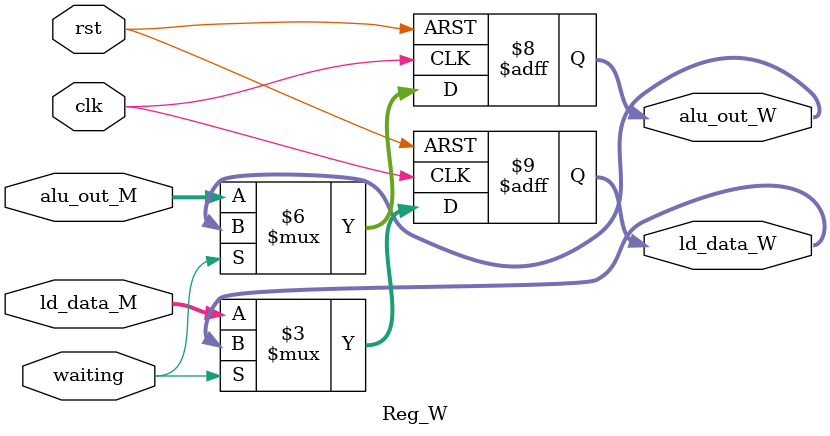
<source format=v>
module Reg_W(
    input clk,
    input rst,
    input [63:0] alu_out_M,
    input [63:0] ld_data_M,
    //
    input waiting,
    //
    output reg [63:0] alu_out_W,
    output reg [63:0] ld_data_W
);
    always @(posedge clk or posedge rst) begin
        if(rst) begin
            alu_out_W <= 64'd0;
            ld_data_W <= 64'd0;
        end
        else begin
            if(waiting) begin
                alu_out_W <= alu_out_W;
                ld_data_W <= ld_data_W;
            end
            else begin
                alu_out_W <= alu_out_M;
                ld_data_W <= ld_data_M;
            end
        end
    end
endmodule
</source>
